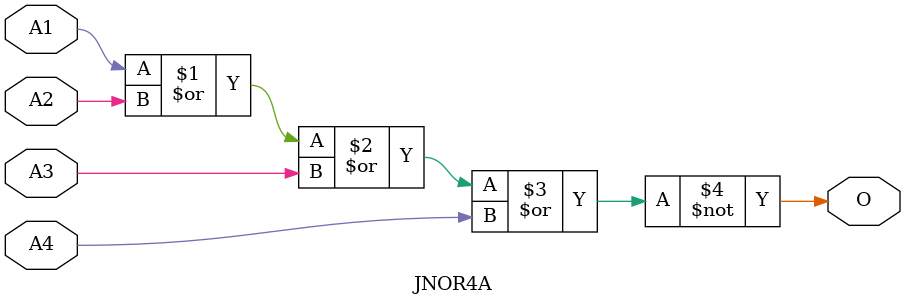
<source format=v>
module JNOR4A(A1, A2, A3, A4, O);
input   A1;
input   A2;
input   A3;
input   A4;
output  O;
nor g0(O, A1, A2, A3, A4);
endmodule
</source>
